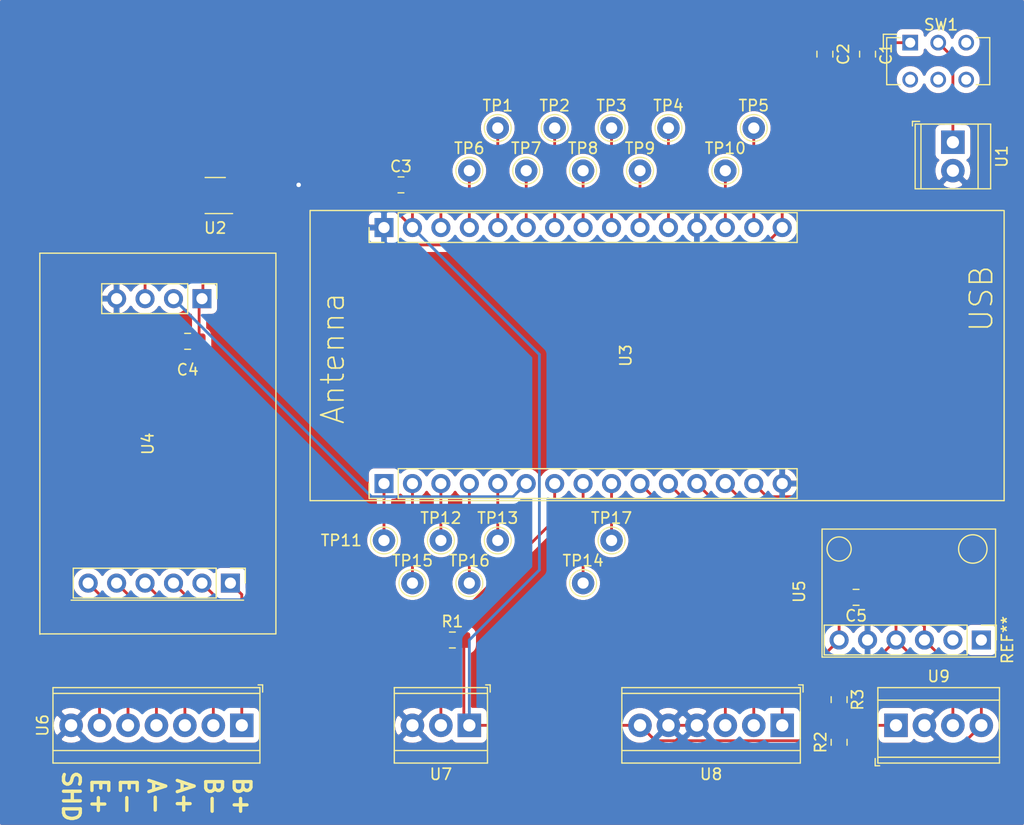
<source format=kicad_pcb>
(kicad_pcb (version 20171130) (host pcbnew "(5.1.5)-3")
  (layers (0 F.Cu signal) (31 B.Cu signal) (34 B.Paste user) (35 F.Paste user) (36 B.SilkS user) (37 F.SilkS user) (38 B.Mask user) (39 F.Mask user) (44 Edge.Cuts user))
  (net 0 "")
  (net 1 GND)
  (net 2 +5V)
  (net 3 "Net-(U2-Pad4)")
  (net 4 +3V3)
  (net 5 "Net-(TP1-Pad1)")
  (net 6 "Net-(TP2-Pad1)")
  (net 7 "Net-(TP3-Pad1)")
  (net 8 "Net-(TP4-Pad1)")
  (net 9 "Net-(TP5-Pad1)")
  (net 10 "Net-(TP6-Pad1)")
  (net 11 "Net-(TP7-Pad1)")
  (net 12 "Net-(TP8-Pad1)")
  (net 13 "Net-(TP9-Pad1)")
  (net 14 "Net-(TP10-Pad1)")
  (net 15 "Net-(TP11-Pad1)")
  (net 16 "Net-(TP12-Pad1)")
  (net 17 "Net-(TP13-Pad1)")
  (net 18 "Net-(TP14-Pad1)")
  (net 19 "Net-(TP15-Pad1)")
  (net 20 "Net-(TP16-Pad1)")
  (net 21 "Net-(TP17-Pad1)")
  (net 22 "Net-(U2-Pad3)")
  (net 23 "Net-(U3-Pad12)")
  (net 24 "Net-(U3-Pad14)")
  (net 25 "Net-(U3-Pad27)")
  (net 26 "Net-(U3-Pad32)")
  (net 27 "Net-(U4-Pad6)")
  (net 28 "Net-(U4-Pad5)")
  (net 29 "Net-(U4-Pad10)")
  (net 30 "Net-(U4-Pad9)")
  (net 31 "Net-(U4-Pad8)")
  (net 32 "Net-(U4-Pad7)")
  (net 33 "Net-(R2-Pad1)")
  (net 34 "Net-(R3-Pad1)")
  (net 35 "Net-(SW1-Pad2)")
  (net 36 "Net-(R1-Pad1)")
  (module "ESP32 Waage:HX711_Socket" (layer F.Cu) (at 173.99 43.18 270)
    (fp_text reference U4 (at 12.954 0.762 90) (layer F.SilkS))
    (fp_text value HX711Socket)
    (fp_line (start -4.064 10.414) (end -4.064 -10.668) (layer F.SilkS) (width 0.12))
    (fp_line (start 29.972 10.414) (end -4.064 10.414) (layer F.SilkS) (width 0.12))
    (fp_line (start 29.936 -10.668) (end 29.936 10.332) (layer F.SilkS) (width 0.12))
    (fp_line (start -4.064 -10.668) (end 29.936 -10.668) (layer F.SilkS) (width 0.12))
    (fp_line (start -1.33 -2.794) (end -1.33 4.886) (layer F.SilkS) (width 0.12))
    (fp_line (start 1.33 -2.794) (end 1.33 4.886) (layer F.SilkS) (width 0.12))
    (fp_line (start -1.33 -2.794) (end 1.33 -2.794) (layer F.SilkS) (width 0.12))
    (fp_line (start -1.33 -4.064) (end -1.33 -5.394) (layer F.SilkS) (width 0.12))
    (fp_line (start -1.33 -5.394) (end 0 -5.394) (layer F.SilkS) (width 0.12))
    (fp_line (start -1.33 4.886) (end 1.33 4.886) (layer F.SilkS) (width 0.12))
    (fp_line (start 24.07 7.426) (end 26.73 7.426) (layer F.SilkS) (width 0.12))
    (fp_line (start 24.07 -7.934) (end 25.4 -7.934) (layer F.SilkS) (width 0.12))
    (fp_line (start 24.07 -5.334) (end 24.07 7.426) (layer F.SilkS) (width 0.12))
    (fp_line (start 24.07 -5.334) (end 26.73 -5.334) (layer F.SilkS) (width 0.12))
    (fp_line (start 24.07 -6.604) (end 24.07 -7.934) (layer F.SilkS) (width 0.12))
    (fp_line (start 26.73 -5.334) (end 26.73 7.426) (layer F.SilkS) (width 0.12))
    (fp_line (start 26.924 7.62) (end 26.924 -7.78) (layer F.SilkS) (width 0.12))
    (pad 1 thru_hole rect (at 0 -4.064 270) (size 1.7 1.7) (drill 1) (layers *.Cu *.Mask) (net 2 +5V))
    (pad 3 thru_hole oval (at 0 1.016 270) (size 1.7 1.7) (drill 1) (layers *.Cu *.Mask) (net 3 "Net-(U2-Pad4)"))
    (pad 2 thru_hole oval (at 0 -1.524 270) (size 1.7 1.7) (drill 1) (layers *.Cu *.Mask) (net 26 "Net-(U3-Pad32)"))
    (pad 4 thru_hole oval (at 0 3.556 270) (size 1.7 1.7) (drill 1) (layers *.Cu *.Mask) (net 1 GND))
    (pad 6 thru_hole oval (at 25.4 3.556 270) (size 1.7 1.7) (drill 1) (layers *.Cu *.Mask) (net 27 "Net-(U4-Pad6)"))
    (pad 9 thru_hole oval (at 25.4 -4.064 270) (size 1.7 1.7) (drill 1) (layers *.Cu *.Mask) (net 30 "Net-(U4-Pad9)"))
    (pad 5 thru_hole oval (at 25.4 6.096 270) (size 1.7 1.7) (drill 1) (layers *.Cu *.Mask) (net 28 "Net-(U4-Pad5)"))
    (pad 8 thru_hole oval (at 25.4 -1.524 270) (size 1.7 1.7) (drill 1) (layers *.Cu *.Mask) (net 31 "Net-(U4-Pad8)"))
    (pad 10 thru_hole rect (at 25.4 -6.604 270) (size 1.7 1.7) (drill 1) (layers *.Cu *.Mask) (net 29 "Net-(U4-Pad10)"))
    (pad 7 thru_hole oval (at 25.4 1.016 270) (size 1.7 1.7) (drill 1) (layers *.Cu *.Mask) (net 32 "Net-(U4-Pad7)"))
  )
  (module Capacitor_SMD:C_0805_2012Metric_Pad1.15x1.40mm_HandSolder (layer F.Cu) (at 236.465 69.85 180)
    (fp_text reference C5 (at 0 -1.65) (layer F.SilkS))
    (fp_text value 1uF)
    (fp_line (start -0.261252 0.71) (end 0.261252 0.71) (layer F.SilkS) (width 0.12))
    (fp_line (start -0.261252 -0.71) (end 0.261252 -0.71) (layer F.SilkS) (width 0.12))
    (pad 2 smd roundrect (at 1.025 0 180) (size 1.15 1.4) (layers F.Cu F.Paste F.Mask) (roundrect_rratio 0.217391) (net 4 +3V3))
    (pad 1 smd roundrect (at -1.025 0 180) (size 1.15 1.4) (layers F.Cu F.Paste F.Mask) (roundrect_rratio 0.217391) (net 1 GND))
  )
  (module Capacitor_SMD:C_0805_2012Metric_Pad1.15x1.40mm_HandSolder (layer F.Cu) (at 176.775 46.99)
    (fp_text reference C4 (at 0 2.54) (layer F.SilkS))
    (fp_text value 1uF)
    (fp_line (start -0.261252 0.71) (end 0.261252 0.71) (layer F.SilkS) (width 0.12))
    (fp_line (start -0.261252 -0.71) (end 0.261252 -0.71) (layer F.SilkS) (width 0.12))
    (pad 2 smd roundrect (at 1.025 0) (size 1.15 1.4) (layers F.Cu F.Paste F.Mask) (roundrect_rratio 0.217391) (net 2 +5V))
    (pad 1 smd roundrect (at -1.025 0) (size 1.15 1.4) (layers F.Cu F.Paste F.Mask) (roundrect_rratio 0.217391) (net 1 GND))
  )
  (module Capacitor_SMD:C_0805_2012Metric_Pad1.15x1.40mm_HandSolder (layer F.Cu) (at 195.825 33.02)
    (fp_text reference C3 (at 0 -1.65) (layer F.SilkS))
    (fp_text value 47uF)
    (fp_line (start -0.261252 0.71) (end 0.261252 0.71) (layer F.SilkS) (width 0.12))
    (fp_line (start -0.261252 -0.71) (end 0.261252 -0.71) (layer F.SilkS) (width 0.12))
    (pad 2 smd roundrect (at 1.025 0) (size 1.15 1.4) (layers F.Cu F.Paste F.Mask) (roundrect_rratio 0.217391) (net 4 +3V3))
    (pad 1 smd roundrect (at -1.025 0) (size 1.15 1.4) (layers F.Cu F.Paste F.Mask) (roundrect_rratio 0.217391) (net 1 GND))
  )
  (module Capacitor_SMD:C_0805_2012Metric_Pad1.15x1.40mm_HandSolder (layer F.Cu) (at 233.68 21.345 270)
    (fp_text reference C2 (at 0 -1.65 90) (layer F.SilkS))
    (fp_text value 47uF)
    (fp_line (start -0.261252 0.71) (end 0.261252 0.71) (layer F.SilkS) (width 0.12))
    (fp_line (start -0.261252 -0.71) (end 0.261252 -0.71) (layer F.SilkS) (width 0.12))
    (pad 2 smd roundrect (at 1.025 0 270) (size 1.15 1.4) (layers F.Cu F.Paste F.Mask) (roundrect_rratio 0.217391) (net 1 GND))
    (pad 1 smd roundrect (at -1.025 0 270) (size 1.15 1.4) (layers F.Cu F.Paste F.Mask) (roundrect_rratio 0.217391) (net 2 +5V))
  )
  (module Capacitor_SMD:C_0805_2012Metric_Pad1.15x1.40mm_HandSolder (layer F.Cu) (at 237.49 21.345 270)
    (fp_text reference C1 (at 0 -1.65 90) (layer F.SilkS))
    (fp_text value 1uF)
    (fp_line (start -0.261252 0.71) (end 0.261252 0.71) (layer F.SilkS) (width 0.12))
    (fp_line (start -0.261252 -0.71) (end 0.261252 -0.71) (layer F.SilkS) (width 0.12))
    (pad 2 smd roundrect (at 1.025 0 270) (size 1.15 1.4) (layers F.Cu F.Paste F.Mask) (roundrect_rratio 0.217391) (net 1 GND))
    (pad 1 smd roundrect (at -1.025 0 270) (size 1.15 1.4) (layers F.Cu F.Paste F.Mask) (roundrect_rratio 0.217391) (net 2 +5V))
  )
  (module Resistor_SMD:R_0805_2012Metric_Pad1.15x1.40mm_HandSolder (layer F.Cu) (at 234.95 78.985 270)
    (fp_text reference R3 (at 0 -1.65 90) (layer F.SilkS))
    (fp_text value 4k7)
    (fp_line (start -0.261252 0.71) (end 0.261252 0.71) (layer F.SilkS) (width 0.12))
    (fp_line (start -0.261252 -0.71) (end 0.261252 -0.71) (layer F.SilkS) (width 0.12))
    (pad 2 smd roundrect (at 1.025 0 270) (size 1.15 1.4) (layers F.Cu F.Paste F.Mask) (roundrect_rratio 0.217391) (net 4 +3V3))
    (pad 1 smd roundrect (at -1.025 0 270) (size 1.15 1.4) (layers F.Cu F.Paste F.Mask) (roundrect_rratio 0.217391) (net 34 "Net-(R3-Pad1)"))
  )
  (module Resistor_SMD:R_0805_2012Metric_Pad1.15x1.40mm_HandSolder (layer F.Cu) (at 234.95 82.795 90)
    (fp_text reference R2 (at 0 -1.65 90) (layer F.SilkS))
    (fp_text value 4k7)
    (fp_line (start -0.261252 0.71) (end 0.261252 0.71) (layer F.SilkS) (width 0.12))
    (fp_line (start -0.261252 -0.71) (end 0.261252 -0.71) (layer F.SilkS) (width 0.12))
    (pad 2 smd roundrect (at 1.025 0 90) (size 1.15 1.4) (layers F.Cu F.Paste F.Mask) (roundrect_rratio 0.217391) (net 4 +3V3))
    (pad 1 smd roundrect (at -1.025 0 90) (size 1.15 1.4) (layers F.Cu F.Paste F.Mask) (roundrect_rratio 0.217391) (net 33 "Net-(R2-Pad1)"))
  )
  (module Resistor_SMD:R_0805_2012Metric_Pad1.15x1.40mm_HandSolder (layer F.Cu) (at 200.415 73.66)
    (fp_text reference R1 (at 0 -1.65) (layer F.SilkS))
    (fp_text value 4k7)
    (fp_line (start -0.261252 0.71) (end 0.261252 0.71) (layer F.SilkS) (width 0.12))
    (fp_line (start -0.261252 -0.71) (end 0.261252 -0.71) (layer F.SilkS) (width 0.12))
    (pad 2 smd roundrect (at 1.025 0) (size 1.15 1.4) (layers F.Cu F.Paste F.Mask) (roundrect_rratio 0.217391) (net 4 +3V3))
    (pad 1 smd roundrect (at -1.025 0) (size 1.15 1.4) (layers F.Cu F.Paste F.Mask) (roundrect_rratio 0.217391) (net 36 "Net-(R1-Pad1)"))
  )
  (module TerminalBlock_TE-Connectivity:TerminalBlock_TE_282834-4_1x04_P2.54mm_Horizontal (layer F.Cu) (at 240.03 81.28)
    (fp_text reference U9 (at 3.81 -4.37) (layer F.SilkS))
    (fp_text value I2CSpringTerm)
    (fp_line (start -1.86 3.61) (end -1.46 3.61) (layer F.SilkS) (width 0.12))
    (fp_line (start -1.86 2.97) (end -1.86 3.61) (layer F.SilkS) (width 0.12))
    (fp_line (start 9.241 -3.37) (end 9.241 3.37) (layer F.SilkS) (width 0.12))
    (fp_line (start -1.62 -3.37) (end -1.62 3.37) (layer F.SilkS) (width 0.12))
    (fp_line (start -1.62 3.37) (end 9.241 3.37) (layer F.SilkS) (width 0.12))
    (fp_line (start -1.62 -3.37) (end 9.241 -3.37) (layer F.SilkS) (width 0.12))
    (fp_line (start -1.62 -2.25) (end 9.241 -2.25) (layer F.SilkS) (width 0.12))
    (fp_line (start -1.62 2.85) (end 9.241 2.85) (layer F.SilkS) (width 0.12))
    (pad 4 thru_hole circle (at 7.62 0) (size 2.1 2.1) (drill 1.1) (layers *.Cu *.Mask) (net 33 "Net-(R2-Pad1)"))
    (pad 3 thru_hole circle (at 5.08 0) (size 2.1 2.1) (drill 1.1) (layers *.Cu *.Mask) (net 34 "Net-(R3-Pad1)"))
    (pad 2 thru_hole circle (at 2.54 0) (size 2.1 2.1) (drill 1.1) (layers *.Cu *.Mask) (net 1 GND))
    (pad 1 thru_hole rect (at 0 0) (size 2.1 2.1) (drill 1.1) (layers *.Cu *.Mask) (net 4 +3V3))
  )
  (module TestPoint:TestPoint_THTPad_D2.0mm_Drill1.0mm (layer F.Cu) (at 214.63 64.77)
    (fp_text reference TP17 (at 0 -1.998) (layer F.SilkS))
    (fp_text value TestPoint)
    (fp_circle (center 0 0) (end 0 1.2) (layer F.SilkS) (width 0.12))
    (pad 1 thru_hole circle (at 0 0) (size 2 2) (drill 1) (layers *.Cu *.Mask) (net 21 "Net-(TP17-Pad1)"))
  )
  (module TestPoint:TestPoint_THTPad_D2.0mm_Drill1.0mm (layer F.Cu) (at 201.93 68.58)
    (fp_text reference TP16 (at 0 -1.998) (layer F.SilkS))
    (fp_text value TestPoint)
    (fp_circle (center 0 0) (end 0 1.2) (layer F.SilkS) (width 0.12))
    (pad 1 thru_hole circle (at 0 0) (size 2 2) (drill 1) (layers *.Cu *.Mask) (net 20 "Net-(TP16-Pad1)"))
  )
  (module TestPoint:TestPoint_THTPad_D2.0mm_Drill1.0mm (layer F.Cu) (at 196.85 68.58)
    (fp_text reference TP15 (at 0 -1.998) (layer F.SilkS))
    (fp_text value TestPoint)
    (fp_circle (center 0 0) (end 0 1.2) (layer F.SilkS) (width 0.12))
    (pad 1 thru_hole circle (at 0 0) (size 2 2) (drill 1) (layers *.Cu *.Mask) (net 19 "Net-(TP15-Pad1)"))
  )
  (module TestPoint:TestPoint_THTPad_D2.0mm_Drill1.0mm (layer F.Cu) (at 212.09 68.58)
    (fp_text reference TP14 (at 0 -1.998) (layer F.SilkS))
    (fp_text value TestPoint)
    (fp_circle (center 0 0) (end 0 1.2) (layer F.SilkS) (width 0.12))
    (pad 1 thru_hole circle (at 0 0) (size 2 2) (drill 1) (layers *.Cu *.Mask) (net 18 "Net-(TP14-Pad1)"))
  )
  (module TestPoint:TestPoint_THTPad_D2.0mm_Drill1.0mm (layer F.Cu) (at 204.47 64.77)
    (fp_text reference TP13 (at 0 -1.998) (layer F.SilkS))
    (fp_text value TestPoint)
    (fp_circle (center 0 0) (end 0 1.2) (layer F.SilkS) (width 0.12))
    (pad 1 thru_hole circle (at 0 0) (size 2 2) (drill 1) (layers *.Cu *.Mask) (net 17 "Net-(TP13-Pad1)"))
  )
  (module TestPoint:TestPoint_THTPad_D2.0mm_Drill1.0mm (layer F.Cu) (at 199.39 64.77)
    (fp_text reference TP12 (at 0 -1.998) (layer F.SilkS))
    (fp_text value TestPoint)
    (fp_circle (center 0 0) (end 0 1.2) (layer F.SilkS) (width 0.12))
    (pad 1 thru_hole circle (at 0 0) (size 2 2) (drill 1) (layers *.Cu *.Mask) (net 16 "Net-(TP12-Pad1)"))
  )
  (module TestPoint:TestPoint_THTPad_D2.0mm_Drill1.0mm (layer F.Cu) (at 194.31 64.77)
    (fp_text reference TP11 (at -3.81 0) (layer F.SilkS))
    (fp_text value TestPoint)
    (fp_circle (center 0 0) (end 0 1.2) (layer F.SilkS) (width 0.12))
    (pad 1 thru_hole circle (at 0 0) (size 2 2) (drill 1) (layers *.Cu *.Mask) (net 15 "Net-(TP11-Pad1)"))
  )
  (module TestPoint:TestPoint_THTPad_D2.0mm_Drill1.0mm (layer F.Cu) (at 224.79 31.75)
    (fp_text reference TP10 (at 0 -1.998) (layer F.SilkS))
    (fp_text value TestPoint)
    (fp_circle (center 0 0) (end 0 1.2) (layer F.SilkS) (width 0.12))
    (pad 1 thru_hole circle (at 0 0) (size 2 2) (drill 1) (layers *.Cu *.Mask) (net 14 "Net-(TP10-Pad1)"))
  )
  (module TestPoint:TestPoint_THTPad_D2.0mm_Drill1.0mm (layer F.Cu) (at 217.17 31.75)
    (fp_text reference TP9 (at 0 -1.998) (layer F.SilkS))
    (fp_text value TestPoint)
    (fp_circle (center 0 0) (end 0 1.2) (layer F.SilkS) (width 0.12))
    (pad 1 thru_hole circle (at 0 0) (size 2 2) (drill 1) (layers *.Cu *.Mask) (net 13 "Net-(TP9-Pad1)"))
  )
  (module TestPoint:TestPoint_THTPad_D2.0mm_Drill1.0mm (layer F.Cu) (at 212.09 31.75)
    (fp_text reference TP8 (at 0 -1.998) (layer F.SilkS))
    (fp_text value TestPoint)
    (fp_circle (center 0 0) (end 0 1.2) (layer F.SilkS) (width 0.12))
    (pad 1 thru_hole circle (at 0 0) (size 2 2) (drill 1) (layers *.Cu *.Mask) (net 12 "Net-(TP8-Pad1)"))
  )
  (module TestPoint:TestPoint_THTPad_D2.0mm_Drill1.0mm (layer F.Cu) (at 207.01 31.75)
    (fp_text reference TP7 (at 0 -1.998) (layer F.SilkS))
    (fp_text value TestPoint)
    (fp_circle (center 0 0) (end 0 1.2) (layer F.SilkS) (width 0.12))
    (pad 1 thru_hole circle (at 0 0) (size 2 2) (drill 1) (layers *.Cu *.Mask) (net 11 "Net-(TP7-Pad1)"))
  )
  (module TestPoint:TestPoint_THTPad_D2.0mm_Drill1.0mm (layer F.Cu) (at 201.93 31.75)
    (fp_text reference TP6 (at 0 -1.998) (layer F.SilkS))
    (fp_text value TestPoint)
    (fp_circle (center 0 0) (end 0 1.2) (layer F.SilkS) (width 0.12))
    (pad 1 thru_hole circle (at 0 0) (size 2 2) (drill 1) (layers *.Cu *.Mask) (net 10 "Net-(TP6-Pad1)"))
  )
  (module TestPoint:TestPoint_THTPad_D2.0mm_Drill1.0mm (layer F.Cu) (at 227.33 27.94)
    (fp_text reference TP5 (at 0 -1.998) (layer F.SilkS))
    (fp_text value TestPoint)
    (fp_circle (center 0 0) (end 0 1.2) (layer F.SilkS) (width 0.12))
    (pad 1 thru_hole circle (at 0 0) (size 2 2) (drill 1) (layers *.Cu *.Mask) (net 9 "Net-(TP5-Pad1)"))
  )
  (module TestPoint:TestPoint_THTPad_D2.0mm_Drill1.0mm (layer F.Cu) (at 219.71 27.94)
    (fp_text reference TP4 (at 0 -1.998) (layer F.SilkS))
    (fp_text value TestPoint)
    (fp_circle (center 0 0) (end 0 1.2) (layer F.SilkS) (width 0.12))
    (pad 1 thru_hole circle (at 0 0) (size 2 2) (drill 1) (layers *.Cu *.Mask) (net 8 "Net-(TP4-Pad1)"))
  )
  (module TestPoint:TestPoint_THTPad_D2.0mm_Drill1.0mm (layer F.Cu) (at 214.63 27.94)
    (fp_text reference TP3 (at 0 -1.998) (layer F.SilkS))
    (fp_text value TestPoint)
    (fp_circle (center 0 0) (end 0 1.2) (layer F.SilkS) (width 0.12))
    (pad 1 thru_hole circle (at 0 0) (size 2 2) (drill 1) (layers *.Cu *.Mask) (net 7 "Net-(TP3-Pad1)"))
  )
  (module TestPoint:TestPoint_THTPad_D2.0mm_Drill1.0mm (layer F.Cu) (at 209.55 27.94)
    (fp_text reference TP2 (at 0 -1.998) (layer F.SilkS))
    (fp_text value TestPoint)
    (fp_circle (center 0 0) (end 0 1.2) (layer F.SilkS) (width 0.12))
    (pad 1 thru_hole circle (at 0 0) (size 2 2) (drill 1) (layers *.Cu *.Mask) (net 6 "Net-(TP2-Pad1)"))
  )
  (module TestPoint:TestPoint_THTPad_D2.0mm_Drill1.0mm (layer F.Cu) (at 204.47 27.94)
    (fp_text reference TP1 (at 0 -1.998) (layer F.SilkS))
    (fp_text value TestPoint)
    (fp_circle (center 0 0) (end 0 1.2) (layer F.SilkS) (width 0.12))
    (pad 1 thru_hole circle (at 0 0) (size 2 2) (drill 1) (layers *.Cu *.Mask) (net 5 "Net-(TP1-Pad1)"))
  )
  (module Button_Switch_THT:SW_CuK_JS202011CQN_DPDT_Straight (layer F.Cu) (at 241.3 20.32)
    (fp_text reference SW1 (at 2.75 -1.6) (layer F.SilkS))
    (fp_text value SW_SPST)
    (fp_line (start -0.9 -0.45) (end -2.1 -0.45) (layer F.SilkS) (width 0.12))
    (fp_line (start -2.1 -0.45) (end -2.1 3.75) (layer F.SilkS) (width 0.12))
    (fp_line (start -2.1 3.75) (end -0.9 3.75) (layer F.SilkS) (width 0.12))
    (fp_line (start 5.9 -0.45) (end 7.1 -0.45) (layer F.SilkS) (width 0.12))
    (fp_line (start 7.1 -0.45) (end 7.1 3.75) (layer F.SilkS) (width 0.12))
    (fp_line (start 7.1 3.75) (end 5.9 3.75) (layer F.SilkS) (width 0.12))
    (fp_line (start -1.2 -0.75) (end -2.4 -0.75) (layer F.SilkS) (width 0.12))
    (fp_line (start -2.4 -0.75) (end -2.4 0.45) (layer F.SilkS) (width 0.12))
    (pad 6 thru_hole circle (at 5 3.3) (size 1.4 1.4) (drill 0.9) (layers *.Cu *.Mask))
    (pad 5 thru_hole circle (at 2.5 3.3) (size 1.4 1.4) (drill 0.9) (layers *.Cu *.Mask))
    (pad 4 thru_hole circle (at 0 3.3) (size 1.4 1.4) (drill 0.9) (layers *.Cu *.Mask))
    (pad 3 thru_hole circle (at 5 0) (size 1.4 1.4) (drill 0.9) (layers *.Cu *.Mask))
    (pad 2 thru_hole circle (at 2.5 0) (size 1.4 1.4) (drill 0.9) (layers *.Cu *.Mask) (net 35 "Net-(SW1-Pad2)"))
    (pad 1 thru_hole rect (at 0 0) (size 1.4 1.4) (drill 0.9) (layers *.Cu *.Mask) (net 2 +5V))
  )
  (module TerminalBlock_TE-Connectivity:TerminalBlock_TE_282834-6_1x06_P2.54mm_Horizontal (layer F.Cu) (at 229.87 81.28 180)
    (fp_text reference U8 (at 6.35 -4.37) (layer F.SilkS))
    (fp_text value I2SSpringTerm)
    (fp_line (start -1.86 3.61) (end -1.46 3.61) (layer F.SilkS) (width 0.12))
    (fp_line (start -1.86 2.97) (end -1.86 3.61) (layer F.SilkS) (width 0.12))
    (fp_line (start 14.32 -3.37) (end 14.32 3.37) (layer F.SilkS) (width 0.12))
    (fp_line (start -1.62 -3.37) (end -1.62 3.37) (layer F.SilkS) (width 0.12))
    (fp_line (start -1.62 3.37) (end 14.32 3.37) (layer F.SilkS) (width 0.12))
    (fp_line (start -1.62 -3.37) (end 14.32 -3.37) (layer F.SilkS) (width 0.12))
    (fp_line (start -1.62 -2.25) (end 14.32 -2.25) (layer F.SilkS) (width 0.12))
    (fp_line (start -1.62 2.85) (end 14.32 2.85) (layer F.SilkS) (width 0.12))
    (pad 6 thru_hole circle (at 12.7 0 180) (size 2.1 2.1) (drill 1.1) (layers *.Cu *.Mask) (net 4 +3V3))
    (pad 5 thru_hole circle (at 10.16 0 180) (size 2.1 2.1) (drill 1.1) (layers *.Cu *.Mask) (net 1 GND))
    (pad 4 thru_hole circle (at 7.62 0 180) (size 2.1 2.1) (drill 1.1) (layers *.Cu *.Mask) (net 1 GND))
    (pad 3 thru_hole circle (at 5.08 0 180) (size 2.1 2.1) (drill 1.1) (layers *.Cu *.Mask) (net 25 "Net-(U3-Pad27)"))
    (pad 2 thru_hole circle (at 2.54 0 180) (size 2.1 2.1) (drill 1.1) (layers *.Cu *.Mask) (net 24 "Net-(U3-Pad14)"))
    (pad 1 thru_hole rect (at 0 0 180) (size 2.1 2.1) (drill 1.1) (layers *.Cu *.Mask) (net 23 "Net-(U3-Pad12)"))
  )
  (module Package_TO_SOT_SMD:SOT-23-6 (layer F.Cu) (at 179.24 33.97 180)
    (fp_text reference U2 (at 0 -2.9) (layer F.SilkS))
    (fp_text value SN74LVC1T45DBV)
    (fp_line (start 0.9 -1.61) (end -1.55 -1.61) (layer F.SilkS) (width 0.12))
    (fp_line (start -0.9 1.61) (end 0.9 1.61) (layer F.SilkS) (width 0.12))
    (pad 5 smd rect (at 1.1 0 180) (size 1.06 0.65) (layers F.Cu F.Paste F.Mask) (net 1 GND))
    (pad 6 smd rect (at 1.1 -0.95 180) (size 1.06 0.65) (layers F.Cu F.Paste F.Mask) (net 2 +5V))
    (pad 4 smd rect (at 1.1 0.95 180) (size 1.06 0.65) (layers F.Cu F.Paste F.Mask) (net 3 "Net-(U2-Pad4)"))
    (pad 3 smd rect (at -1.1 0.95 180) (size 1.06 0.65) (layers F.Cu F.Paste F.Mask) (net 22 "Net-(U2-Pad3)"))
    (pad 2 smd rect (at -1.1 0 180) (size 1.06 0.65) (layers F.Cu F.Paste F.Mask) (net 1 GND))
    (pad 1 smd rect (at -1.1 -0.95 180) (size 1.06 0.65) (layers F.Cu F.Paste F.Mask) (net 4 +3V3))
  )
  (module "ESP32 Waage:BME280_Socket" (layer F.Cu) (at 241.3 73.66 270)
    (fp_text reference U5 (at -4.318 9.906 90) (layer F.SilkS))
    (fp_text value BME280Socket)
    (fp_line (start -9.906 7.874) (end 1.524 7.874) (layer F.SilkS) (width 0.12))
    (fp_line (start 1.524 7.874) (end 1.524 -7.526) (layer F.SilkS) (width 0.12))
    (fp_line (start 1.524 -7.62) (end -9.906 -7.62) (layer F.SilkS) (width 0.12))
    (fp_line (start -9.906 -7.62) (end -9.906 7.874) (layer F.SilkS) (width 0.12))
    (fp_line (start -1.33 -6.35) (end -1.33 -7.68) (layer F.SilkS) (width 0.12))
    (fp_line (start -1.33 7.68) (end 1.33 7.68) (layer F.SilkS) (width 0.12))
    (fp_line (start -1.33 -7.68) (end 0 -7.68) (layer F.SilkS) (width 0.12))
    (fp_line (start -1.33 -5.08) (end -1.33 7.68) (layer F.SilkS) (width 0.12))
    (fp_line (start -1.33 -5.08) (end 1.33 -5.08) (layer F.SilkS) (width 0.12))
    (fp_line (start 1.33 -5.08) (end 1.33 7.68) (layer F.SilkS) (width 0.12))
    (fp_text user REF** (at 0 -8.68 90) (layer F.SilkS))
    (fp_circle (center -8.128 6.35) (end -7.366 7.112) (layer F.SilkS) (width 0.12))
    (fp_circle (center -8.128 -5.588) (end -7.112 -4.826) (layer F.SilkS) (width 0.12))
    (pad 2 thru_hole oval (at 0 -3.81 270) (size 1.7 1.7) (drill 1) (layers *.Cu *.Mask))
    (pad 6 thru_hole oval (at 0 6.35 270) (size 1.7 1.7) (drill 1) (layers *.Cu *.Mask) (net 4 +3V3))
    (pad 3 thru_hole oval (at 0 -1.27 270) (size 1.7 1.7) (drill 1) (layers *.Cu *.Mask) (net 33 "Net-(R2-Pad1)"))
    (pad 1 thru_hole rect (at 0 -6.35 270) (size 1.7 1.7) (drill 1) (layers *.Cu *.Mask))
    (pad 5 thru_hole oval (at 0 3.81 270) (size 1.7 1.7) (drill 1) (layers *.Cu *.Mask) (net 1 GND))
    (pad 4 thru_hole oval (at 0 1.27 270) (size 1.7 1.7) (drill 1) (layers *.Cu *.Mask) (net 34 "Net-(R3-Pad1)"))
  )
  (module "ESP32 Waage:TTGO_T8_Socket" (layer F.Cu) (at 212.09 48.26 90)
    (fp_text reference U3 (at 0 3.81 90) (layer F.SilkS))
    (fp_text value ESP32WROVERSocket)
    (fp_line (start -12.76 -17.78) (end -12.76 -19.11) (layer F.SilkS) (width 0.12))
    (fp_line (start -10.1 -16.51) (end -10.1 19.11) (layer F.SilkS) (width 0.12))
    (fp_line (start -12.76 -19.11) (end -11.43 -19.11) (layer F.SilkS) (width 0.12))
    (fp_line (start -12.76 -16.51) (end -10.1 -16.51) (layer F.SilkS) (width 0.12))
    (fp_line (start -12.76 19.11) (end -10.1 19.11) (layer F.SilkS) (width 0.12))
    (fp_line (start -12.76 -16.51) (end -12.76 19.11) (layer F.SilkS) (width 0.12))
    (fp_line (start 10.1 -17.78) (end 10.1 -19.11) (layer F.SilkS) (width 0.12))
    (fp_line (start 12.76 -16.51) (end 12.76 19.11) (layer F.SilkS) (width 0.12))
    (fp_line (start 10.1 -19.11) (end 11.43 -19.11) (layer F.SilkS) (width 0.12))
    (fp_line (start 10.1 -16.51) (end 12.76 -16.51) (layer F.SilkS) (width 0.12))
    (fp_line (start 10.1 19.11) (end 12.76 19.11) (layer F.SilkS) (width 0.12))
    (fp_line (start 10.1 -16.51) (end 10.1 19.11) (layer F.SilkS) (width 0.12))
    (fp_text user Antenna (at -0.254 -22.352 90) (layer F.SilkS) (effects (font (size 2 2))))
    (fp_line (start -12.954 -24.38) (end 12.946 -24.38) (layer F.SilkS) (width 0.12))
    (fp_line (start 12.954 -24.38) (end 12.954 37.52) (layer F.SilkS) (width 0.12))
    (fp_line (start 12.954 37.596) (end -12.954 37.596) (layer F.SilkS) (width 0.12))
    (fp_line (start -12.954 37.596) (end -12.954 -24.38) (layer F.SilkS) (width 0.12))
    (fp_text user USB (at 5.08 35.56 90) (layer F.SilkS) (effects (font (size 2 2))))
    (pad 13 thru_hole oval (at -11.43 12.7 90) (size 1.7 1.7) (drill 1) (layers *.Cu *.Mask) (net 34 "Net-(R3-Pad1)"))
    (pad 15 thru_hole oval (at -11.43 15.24 90) (size 1.7 1.7) (drill 1) (layers *.Cu *.Mask) (net 33 "Net-(R2-Pad1)"))
    (pad 12 thru_hole oval (at -11.43 10.16 90) (size 1.7 1.7) (drill 1) (layers *.Cu *.Mask) (net 23 "Net-(U3-Pad12)"))
    (pad GND thru_hole oval (at -11.43 17.78 90) (size 1.7 1.7) (drill 1) (layers *.Cu *.Mask) (net 1 GND))
    (pad 14 thru_hole oval (at -11.43 7.62 90) (size 1.7 1.7) (drill 1) (layers *.Cu *.Mask) (net 24 "Net-(U3-Pad14)"))
    (pad 33 thru_hole oval (at -11.43 -2.54 90) (size 1.7 1.7) (drill 1) (layers *.Cu *.Mask) (net 36 "Net-(R1-Pad1)"))
    (pad 27 thru_hole oval (at -11.43 5.08 90) (size 1.7 1.7) (drill 1) (layers *.Cu *.Mask) (net 25 "Net-(U3-Pad27)"))
    (pad 26 thru_hole oval (at -11.43 2.54 90) (size 1.7 1.7) (drill 1) (layers *.Cu *.Mask) (net 21 "Net-(TP17-Pad1)"))
    (pad 25 thru_hole oval (at -11.43 0 90) (size 1.7 1.7) (drill 1) (layers *.Cu *.Mask) (net 18 "Net-(TP14-Pad1)"))
    (pad 32 thru_hole oval (at -11.43 -5.08 90) (size 1.7 1.7) (drill 1) (layers *.Cu *.Mask) (net 26 "Net-(U3-Pad32)"))
    (pad 35 thru_hole oval (at -11.43 -7.62 90) (size 1.7 1.7) (drill 1) (layers *.Cu *.Mask) (net 17 "Net-(TP13-Pad1)"))
    (pad 34 thru_hole oval (at -11.43 -10.16 90) (size 1.7 1.7) (drill 1) (layers *.Cu *.Mask) (net 20 "Net-(TP16-Pad1)"))
    (pad RST thru_hole oval (at -11.43 -12.7 270) (size 1.7 1.7) (drill 1) (layers *.Cu *.Mask) (net 16 "Net-(TP12-Pad1)"))
    (pad 39 thru_hole oval (at -11.43 -15.24 90) (size 1.7 1.7) (drill 1) (layers *.Cu *.Mask) (net 19 "Net-(TP15-Pad1)"))
    (pad 36 thru_hole rect (at -11.43 -17.78 90) (size 1.7 1.7) (drill 1) (layers *.Cu *.Mask) (net 15 "Net-(TP11-Pad1)"))
    (pad 0 thru_hole oval (at 11.43 12.7 90) (size 1.7 1.7) (drill 1) (layers *.Cu *.Mask) (net 14 "Net-(TP10-Pad1)"))
    (pad 4 thru_hole oval (at 11.43 15.24 90) (size 1.7 1.7) (drill 1) (layers *.Cu *.Mask) (net 9 "Net-(TP5-Pad1)"))
    (pad GND thru_hole oval (at 11.43 10.16 90) (size 1.7 1.7) (drill 1) (layers *.Cu *.Mask) (net 1 GND))
    (pad 5V thru_hole oval (at 11.43 17.78 90) (size 1.7 1.7) (drill 1) (layers *.Cu *.Mask) (net 2 +5V))
    (pad 2 thru_hole oval (at 11.43 7.62 90) (size 1.7 1.7) (drill 1) (layers *.Cu *.Mask) (net 8 "Net-(TP4-Pad1)"))
    (pad 19 thru_hole oval (at 11.43 -2.54 90) (size 1.7 1.7) (drill 1) (layers *.Cu *.Mask) (net 6 "Net-(TP2-Pad1)"))
    (pad 5 thru_hole oval (at 11.43 5.08 90) (size 1.7 1.7) (drill 1) (layers *.Cu *.Mask) (net 13 "Net-(TP9-Pad1)"))
    (pad 18 thru_hole oval (at 11.43 2.54 90) (size 1.7 1.7) (drill 1) (layers *.Cu *.Mask) (net 7 "Net-(TP3-Pad1)"))
    (pad 23 thru_hole oval (at 11.43 0 90) (size 1.7 1.7) (drill 1) (layers *.Cu *.Mask) (net 12 "Net-(TP8-Pad1)"))
    (pad 22 thru_hole oval (at 11.43 -5.08 90) (size 1.7 1.7) (drill 1) (layers *.Cu *.Mask) (net 11 "Net-(TP7-Pad1)"))
    (pad RXD thru_hole oval (at 11.43 -7.62 90) (size 1.7 1.7) (drill 1) (layers *.Cu *.Mask) (net 5 "Net-(TP1-Pad1)"))
    (pad TXD thru_hole oval (at 11.43 -10.16 90) (size 1.7 1.7) (drill 1) (layers *.Cu *.Mask) (net 10 "Net-(TP6-Pad1)"))
    (pad 21 thru_hole oval (at 11.43 -12.7 90) (size 1.7 1.7) (drill 1) (layers *.Cu *.Mask) (net 22 "Net-(U2-Pad3)"))
    (pad 3V3 thru_hole oval (at 11.43 -15.24 90) (size 1.7 1.7) (drill 1) (layers *.Cu *.Mask) (net 4 +3V3))
    (pad GND thru_hole rect (at 11.43 -17.78 90) (size 1.7 1.7) (drill 1) (layers *.Cu *.Mask) (net 1 GND))
  )
  (module TerminalBlock_TE-Connectivity:TerminalBlock_TE_282834-2_1x02_P2.54mm_Horizontal (layer F.Cu) (at 245.11 29.21 270)
    (fp_text reference U1 (at 1.27 -4.37 90) (layer F.SilkS))
    (fp_text value SupplSpringTerm)
    (fp_line (start -1.62 2.85) (end 4.16 2.85) (layer F.SilkS) (width 0.12))
    (fp_line (start -1.62 -2.25) (end 4.16 -2.25) (layer F.SilkS) (width 0.12))
    (fp_line (start -1.62 -3.37) (end 4.16 -3.37) (layer F.SilkS) (width 0.12))
    (fp_line (start -1.62 3.37) (end 4.16 3.37) (layer F.SilkS) (width 0.12))
    (fp_line (start -1.62 -3.37) (end -1.62 3.37) (layer F.SilkS) (width 0.12))
    (fp_line (start 4.16 -3.37) (end 4.16 3.37) (layer F.SilkS) (width 0.12))
    (fp_line (start -1.86 2.97) (end -1.86 3.61) (layer F.SilkS) (width 0.12))
    (fp_line (start -1.86 3.61) (end -1.46 3.61) (layer F.SilkS) (width 0.12))
    (pad 1 thru_hole rect (at 0 0 270) (size 2.1 2.1) (drill 1.1) (layers *.Cu *.Mask) (net 35 "Net-(SW1-Pad2)"))
    (pad 2 thru_hole circle (at 2.54 0 270) (size 2.1 2.1) (drill 1.1) (layers *.Cu *.Mask) (net 1 GND))
  )
  (module TerminalBlock_TE-Connectivity:TerminalBlock_TE_282834-3_1x03_P2.54mm_Horizontal (layer F.Cu) (at 201.93 81.28 180)
    (fp_text reference U7 (at 2.54 -4.37) (layer F.SilkS))
    (fp_text value DS18B20SpringTerm)
    (fp_line (start -1.62 2.85) (end 6.7 2.85) (layer F.SilkS) (width 0.12))
    (fp_line (start -1.62 -2.25) (end 6.7 -2.25) (layer F.SilkS) (width 0.12))
    (fp_line (start -1.62 -3.37) (end 6.7 -3.37) (layer F.SilkS) (width 0.12))
    (fp_line (start -1.62 3.37) (end 6.7 3.37) (layer F.SilkS) (width 0.12))
    (fp_line (start -1.62 -3.37) (end -1.62 3.37) (layer F.SilkS) (width 0.12))
    (fp_line (start 6.7 -3.37) (end 6.7 3.37) (layer F.SilkS) (width 0.12))
    (fp_line (start -1.86 2.97) (end -1.86 3.61) (layer F.SilkS) (width 0.12))
    (fp_line (start -1.86 3.61) (end -1.46 3.61) (layer F.SilkS) (width 0.12))
    (pad 1 thru_hole rect (at 0 0 180) (size 2.1 2.1) (drill 1.1) (layers *.Cu *.Mask) (net 4 +3V3))
    (pad 2 thru_hole circle (at 2.54 0 180) (size 2.1 2.1) (drill 1.1) (layers *.Cu *.Mask) (net 36 "Net-(R1-Pad1)"))
    (pad 3 thru_hole circle (at 5.08 0 180) (size 2.1 2.1) (drill 1.1) (layers *.Cu *.Mask) (net 1 GND))
  )
  (module TerminalBlock_TE-Connectivity:TerminalBlock_TE_282834-7_1x07_P2.54mm_Horizontal (layer F.Cu) (at 181.61 81.28 180)
    (fp_text reference U6 (at 17.78 0 270) (layer F.SilkS))
    (fp_text value HX711SpringTerm)
    (fp_line (start -1.62 2.85) (end 16.86 2.85) (layer F.SilkS) (width 0.12))
    (fp_line (start -1.62 -2.25) (end 16.86 -2.25) (layer F.SilkS) (width 0.12))
    (fp_line (start -1.62 -3.37) (end 16.86 -3.37) (layer F.SilkS) (width 0.12))
    (fp_line (start -1.62 3.37) (end 16.86 3.37) (layer F.SilkS) (width 0.12))
    (fp_line (start -1.62 -3.37) (end -1.62 3.37) (layer F.SilkS) (width 0.12))
    (fp_line (start 16.86 -3.37) (end 16.86 3.37) (layer F.SilkS) (width 0.12))
    (fp_line (start -1.86 2.97) (end -1.86 3.61) (layer F.SilkS) (width 0.12))
    (fp_line (start -1.86 3.61) (end -1.46 3.61) (layer F.SilkS) (width 0.12))
    (pad 1 thru_hole rect (at 0 0 180) (size 2.1 2.1) (drill 1.1) (layers *.Cu *.Mask) (net 29 "Net-(U4-Pad10)"))
    (pad 2 thru_hole circle (at 2.54 0 180) (size 2.1 2.1) (drill 1.1) (layers *.Cu *.Mask) (net 30 "Net-(U4-Pad9)"))
    (pad 3 thru_hole circle (at 5.08 0 180) (size 2.1 2.1) (drill 1.1) (layers *.Cu *.Mask) (net 31 "Net-(U4-Pad8)"))
    (pad 4 thru_hole circle (at 7.62 0 180) (size 2.1 2.1) (drill 1.1) (layers *.Cu *.Mask) (net 32 "Net-(U4-Pad7)"))
    (pad 5 thru_hole circle (at 10.16 0 180) (size 2.1 2.1) (drill 1.1) (layers *.Cu *.Mask) (net 27 "Net-(U4-Pad6)"))
    (pad 6 thru_hole circle (at 12.7 0 180) (size 2.1 2.1) (drill 1.1) (layers *.Cu *.Mask) (net 28 "Net-(U4-Pad5)"))
    (pad 7 thru_hole circle (at 15.24 0 180) (size 2.1 2.1) (drill 1.1) (layers *.Cu *.Mask) (net 1 GND))
  )
  (gr_text SHD (at 166.37 87.63 270) (layer F.SilkS) (effects (font (size 1.5 1.5) (thickness 0.3))))
  (gr_text E+ (at 168.91 87.63 270) (layer F.SilkS) (effects (font (size 1.5 1.5) (thickness 0.3))))
  (gr_text "E-\n" (at 171.45 87.63 270) (layer F.SilkS) (effects (font (size 1.5 1.5) (thickness 0.3))))
  (gr_text A- (at 173.99 87.63 270) (layer F.SilkS) (effects (font (size 1.5 1.5) (thickness 0.3))))
  (gr_text A+ (at 176.53 87.63 270) (layer F.SilkS) (effects (font (size 1.5 1.5) (thickness 0.3))))
  (gr_text B- (at 179.07 87.63 270) (layer F.SilkS) (effects (font (size 1.5 1.5) (thickness 0.3))))
  (gr_text B+ (at 181.61 87.63 270) (layer F.SilkS) (effects (font (size 1.5 1.5) (thickness 0.3))))
  (segment (start 237.49 73.66) (end 237.49 69.85) (width 0.25) (layer F.Cu) (net 1))
  (segment (start 194.31 37.93) (end 194.31 36.83) (width 0.25) (layer F.Cu) (net 1))
  (segment (start 222.25 81.28) (end 219.71 81.28) (width 0.25) (layer F.Cu) (net 1))
  (via (at 186.69 33.02) (size 0.8) (drill 0.4) (layers F.Cu B.Cu) (net 1))
  (segment (start 194.8 33.02) (end 186.69 33.02) (width 0.25) (layer F.Cu) (net 1))
  (segment (start 186.290001 33.419999) (end 186.69 33.02) (width 0.25) (layer F.Cu) (net 1))
  (segment (start 185.74 33.97) (end 186.290001 33.419999) (width 0.25) (layer F.Cu) (net 1))
  (segment (start 180.34 33.97) (end 185.74 33.97) (width 0.25) (layer F.Cu) (net 1))
  (segment (start 180.34 33.97) (end 178.14 33.97) (width 0.25) (layer F.Cu) (net 1))
  (segment (start 178.14 43.094) (end 178.054 43.18) (width 0.25) (layer F.Cu) (net 2))
  (segment (start 178.14 34.92) (end 178.14 43.094) (width 0.25) (layer F.Cu) (net 2))
  (segment (start 241.3 20.32) (end 237.49 20.32) (width 0.25) (layer F.Cu) (net 2))
  (segment (start 237.49 20.32) (end 233.68 20.32) (width 0.25) (layer F.Cu) (net 2))
  (segment (start 229.87 23.43) (end 229.87 35.627919) (width 0.25) (layer F.Cu) (net 2))
  (segment (start 232.98 20.32) (end 229.87 23.43) (width 0.25) (layer F.Cu) (net 2))
  (segment (start 229.87 35.627919) (end 229.87 36.83) (width 0.25) (layer F.Cu) (net 2))
  (segment (start 233.68 20.32) (end 232.98 20.32) (width 0.25) (layer F.Cu) (net 2))
  (segment (start 181.02501 38.38001) (end 178.14 35.495) (width 0.25) (layer F.Cu) (net 2))
  (segment (start 178.14 35.495) (end 178.14 34.92) (width 0.25) (layer F.Cu) (net 2))
  (segment (start 228.31999 38.38001) (end 181.02501 38.38001) (width 0.25) (layer F.Cu) (net 2))
  (segment (start 229.87 36.83) (end 228.31999 38.38001) (width 0.25) (layer F.Cu) (net 2))
  (segment (start 177.8 43.434) (end 178.054 43.18) (width 0.25) (layer F.Cu) (net 2))
  (segment (start 177.8 46.99) (end 177.8 43.434) (width 0.25) (layer F.Cu) (net 2))
  (segment (start 172.974 37.406) (end 177.36 33.02) (width 0.25) (layer F.Cu) (net 3))
  (segment (start 177.36 33.02) (end 178.14 33.02) (width 0.25) (layer F.Cu) (net 3))
  (segment (start 172.974 43.18) (end 172.974 37.406) (width 0.25) (layer F.Cu) (net 3))
  (segment (start 234.95 70.34) (end 235.44 69.85) (width 0.25) (layer F.Cu) (net 4))
  (segment (start 234.95 73.66) (end 234.95 70.34) (width 0.25) (layer F.Cu) (net 4))
  (segment (start 196.85 36.83) (end 196.85 33.02) (width 0.25) (layer F.Cu) (net 4))
  (segment (start 194.94 34.92) (end 180.34 34.92) (width 0.25) (layer F.Cu) (net 4))
  (segment (start 196.85 36.83) (end 194.94 34.92) (width 0.25) (layer F.Cu) (net 4))
  (segment (start 201.44 80.79) (end 201.93 81.28) (width 0.25) (layer F.Cu) (net 4))
  (segment (start 201.44 73.66) (end 201.44 80.79) (width 0.25) (layer F.Cu) (net 4))
  (segment (start 201.93 81.28) (end 217.17 81.28) (width 0.25) (layer F.Cu) (net 4))
  (segment (start 235.44 81.28) (end 234.95 81.77) (width 0.25) (layer F.Cu) (net 4))
  (segment (start 240.03 81.28) (end 235.44 81.28) (width 0.25) (layer F.Cu) (net 4))
  (segment (start 234.95 81.77) (end 234.95 80.01) (width 0.25) (layer F.Cu) (net 4))
  (segment (start 234.25 80.01) (end 234.95 80.01) (width 0.25) (layer F.Cu) (net 4))
  (segment (start 233.92499 79.68499) (end 234.25 80.01) (width 0.25) (layer F.Cu) (net 4))
  (segment (start 233.92499 74.68501) (end 233.92499 79.68499) (width 0.25) (layer F.Cu) (net 4))
  (segment (start 234.95 73.66) (end 233.92499 74.68501) (width 0.25) (layer F.Cu) (net 4))
  (segment (start 218.219999 82.329999) (end 217.17 81.28) (width 0.25) (layer F.Cu) (net 4))
  (segment (start 218.545001 82.655001) (end 218.219999 82.329999) (width 0.25) (layer F.Cu) (net 4))
  (segment (start 220.370001 82.655001) (end 218.545001 82.655001) (width 0.25) (layer F.Cu) (net 4))
  (segment (start 220.475002 82.55) (end 220.370001 82.655001) (width 0.25) (layer F.Cu) (net 4))
  (segment (start 221.085001 82.655001) (end 220.98 82.55) (width 0.25) (layer F.Cu) (net 4))
  (segment (start 234.639999 82.655001) (end 221.085001 82.655001) (width 0.25) (layer F.Cu) (net 4))
  (segment (start 220.98 82.55) (end 220.475002 82.55) (width 0.25) (layer F.Cu) (net 4))
  (segment (start 234.95 82.345) (end 234.639999 82.655001) (width 0.25) (layer F.Cu) (net 4))
  (segment (start 234.95 81.77) (end 234.95 82.345) (width 0.25) (layer F.Cu) (net 4))
  (segment (start 208.185001 48.165001) (end 208.185001 67.404999) (width 0.25) (layer B.Cu) (net 4))
  (segment (start 196.85 36.83) (end 208.185001 48.165001) (width 0.25) (layer B.Cu) (net 4))
  (segment (start 201.93 73.66) (end 201.93 81.28) (width 0.25) (layer B.Cu) (net 4))
  (segment (start 208.185001 67.404999) (end 201.93 73.66) (width 0.25) (layer B.Cu) (net 4))
  (segment (start 204.47 36.83) (end 204.47 27.94) (width 0.25) (layer F.Cu) (net 5))
  (segment (start 209.55 27.94) (end 209.55 36.83) (width 0.25) (layer F.Cu) (net 6))
  (segment (start 214.63 27.94) (end 214.63 36.83) (width 0.25) (layer F.Cu) (net 7))
  (segment (start 219.71 27.94) (end 219.71 36.83) (width 0.25) (layer F.Cu) (net 8))
  (segment (start 227.33 27.94) (end 227.33 36.83) (width 0.25) (layer F.Cu) (net 9))
  (segment (start 201.93 36.83) (end 201.93 31.75) (width 0.25) (layer F.Cu) (net 10))
  (segment (start 207.01 31.75) (end 207.01 36.83) (width 0.25) (layer F.Cu) (net 11))
  (segment (start 212.09 31.75) (end 212.09 36.83) (width 0.25) (layer F.Cu) (net 12))
  (segment (start 217.17 31.75) (end 217.17 36.83) (width 0.25) (layer F.Cu) (net 13))
  (segment (start 224.79 31.75) (end 224.79 36.83) (width 0.25) (layer F.Cu) (net 14))
  (segment (start 194.31 64.77) (end 194.31 59.69) (width 0.25) (layer F.Cu) (net 15))
  (segment (start 199.39 64.77) (end 199.39 59.69) (width 0.25) (layer F.Cu) (net 16))
  (segment (start 204.47 64.77) (end 204.47 59.69) (width 0.25) (layer F.Cu) (net 17))
  (segment (start 212.09 68.58) (end 212.09 59.69) (width 0.25) (layer F.Cu) (net 18))
  (segment (start 196.85 68.58) (end 196.85 59.69) (width 0.25) (layer F.Cu) (net 19))
  (segment (start 201.93 68.58) (end 201.93 59.69) (width 0.25) (layer F.Cu) (net 20))
  (segment (start 214.63 64.77) (end 214.63 59.69) (width 0.25) (layer F.Cu) (net 21))
  (segment (start 180.34 32.445) (end 180.34 33.02) (width 0.25) (layer F.Cu) (net 22))
  (segment (start 197.41318 31.99499) (end 180.79001 31.99499) (width 0.25) (layer F.Cu) (net 22))
  (segment (start 199.39 33.97181) (end 197.41318 31.99499) (width 0.25) (layer F.Cu) (net 22))
  (segment (start 180.79001 31.99499) (end 180.34 32.445) (width 0.25) (layer F.Cu) (net 22))
  (segment (start 199.39 36.83) (end 199.39 33.97181) (width 0.25) (layer F.Cu) (net 22))
  (segment (start 229.87 67.31) (end 222.25 59.69) (width 0.25) (layer F.Cu) (net 23))
  (segment (start 229.87 81.28) (end 229.87 67.31) (width 0.25) (layer F.Cu) (net 23))
  (segment (start 227.33 67.31) (end 219.71 59.69) (width 0.25) (layer F.Cu) (net 24))
  (segment (start 227.33 81.28) (end 227.33 67.31) (width 0.25) (layer F.Cu) (net 24))
  (segment (start 224.79 67.31) (end 217.17 59.69) (width 0.25) (layer F.Cu) (net 25))
  (segment (start 224.79 81.28) (end 224.79 67.31) (width 0.25) (layer F.Cu) (net 25))
  (segment (start 205.834999 60.865001) (end 206.160001 60.539999) (width 0.25) (layer B.Cu) (net 26))
  (segment (start 193.199001 60.865001) (end 205.834999 60.865001) (width 0.25) (layer B.Cu) (net 26))
  (segment (start 206.160001 60.539999) (end 207.01 59.69) (width 0.25) (layer B.Cu) (net 26))
  (segment (start 175.514 43.18) (end 193.199001 60.865001) (width 0.25) (layer B.Cu) (net 26))
  (segment (start 171.45 69.596) (end 170.434 68.58) (width 0.25) (layer F.Cu) (net 27))
  (segment (start 171.45 81.28) (end 171.45 69.596) (width 0.25) (layer F.Cu) (net 27))
  (segment (start 168.91 69.596) (end 167.894 68.58) (width 0.25) (layer F.Cu) (net 28))
  (segment (start 168.91 81.28) (end 168.91 69.596) (width 0.25) (layer F.Cu) (net 28))
  (segment (start 181.61 69.596) (end 180.594 68.58) (width 0.25) (layer F.Cu) (net 29))
  (segment (start 181.61 81.28) (end 181.61 69.596) (width 0.25) (layer F.Cu) (net 29))
  (segment (start 179.07 69.596) (end 178.054 68.58) (width 0.25) (layer F.Cu) (net 30))
  (segment (start 179.07 81.28) (end 179.07 69.596) (width 0.25) (layer F.Cu) (net 30))
  (segment (start 176.53 69.596) (end 175.514 68.58) (width 0.25) (layer F.Cu) (net 31))
  (segment (start 176.53 81.28) (end 176.53 69.596) (width 0.25) (layer F.Cu) (net 31))
  (segment (start 173.99 69.596) (end 172.974 68.58) (width 0.25) (layer F.Cu) (net 32))
  (segment (start 173.99 81.28) (end 173.99 69.596) (width 0.25) (layer F.Cu) (net 32))
  (segment (start 247.65 78.74) (end 242.57 73.66) (width 0.25) (layer F.Cu) (net 33))
  (segment (start 247.65 81.28) (end 247.65 78.74) (width 0.25) (layer F.Cu) (net 33))
  (segment (start 245.11 83.82) (end 247.65 81.28) (width 0.25) (layer F.Cu) (net 33))
  (segment (start 234.95 83.82) (end 245.11 83.82) (width 0.25) (layer F.Cu) (net 33))
  (segment (start 242.57 72.457919) (end 242.57 73.66) (width 0.25) (layer F.Cu) (net 33))
  (segment (start 230.977082 60.865001) (end 242.57 72.457919) (width 0.25) (layer F.Cu) (net 33))
  (segment (start 228.505001 60.865001) (end 230.977082 60.865001) (width 0.25) (layer F.Cu) (net 33))
  (segment (start 227.33 59.69) (end 228.505001 60.865001) (width 0.25) (layer F.Cu) (net 33))
  (segment (start 245.11 78.74) (end 240.03 73.66) (width 0.25) (layer F.Cu) (net 34))
  (segment (start 245.11 81.28) (end 245.11 78.74) (width 0.25) (layer F.Cu) (net 34))
  (segment (start 235.73 77.96) (end 234.95 77.96) (width 0.25) (layer F.Cu) (net 34))
  (segment (start 240.03 73.66) (end 235.73 77.96) (width 0.25) (layer F.Cu) (net 34))
  (segment (start 240.03 70.80181) (end 240.03 72.457919) (width 0.25) (layer F.Cu) (net 34))
  (segment (start 238.05318 68.82499) (end 240.03 70.80181) (width 0.25) (layer F.Cu) (net 34))
  (segment (start 240.03 72.457919) (end 240.03 73.66) (width 0.25) (layer F.Cu) (net 34))
  (segment (start 233.92499 68.82499) (end 238.05318 68.82499) (width 0.25) (layer F.Cu) (net 34))
  (segment (start 224.79 59.69) (end 233.92499 68.82499) (width 0.25) (layer F.Cu) (net 34))
  (segment (start 245.11 21.63) (end 243.8 20.32) (width 0.25) (layer F.Cu) (net 35))
  (segment (start 245.11 29.21) (end 245.11 21.63) (width 0.25) (layer F.Cu) (net 35))
  (segment (start 199.39 73.66) (end 199.39 81.28) (width 0.25) (layer F.Cu) (net 36))
  (segment (start 209.55 62.921002) (end 209.55 59.69) (width 0.25) (layer F.Cu) (net 36))
  (segment (start 199.39 73.66) (end 199.39 73.081002) (width 0.25) (layer F.Cu) (net 36))
  (segment (start 199.39 73.081002) (end 209.55 62.921002) (width 0.25) (layer F.Cu) (net 36))
  (zone (net 1) (net_name GND) (layer F.Cu) (connect_pads (clearance 0.508)) (min_thickness 0.254) (fill yes (arc_segments 32) (thermal_gap 0.508) (thermal_bridge_width 0.508))
    (polygon (pts (xy 251.46 90.17) (xy 160.02 90.17) (xy 160.02 16.51) (xy 251.46 16.51)))
  )
  (zone (net 1) (net_name GND) (layer B.Cu) (connect_pads (clearance 0.508)) (min_thickness 0.254) (fill yes (arc_segments 32) (thermal_gap 0.508) (thermal_bridge_width 0.508))
    (polygon (pts (xy 251.46 90.17) (xy 160.02 90.17) (xy 160.02 16.51) (xy 251.46 16.51)))
  )
)
</source>
